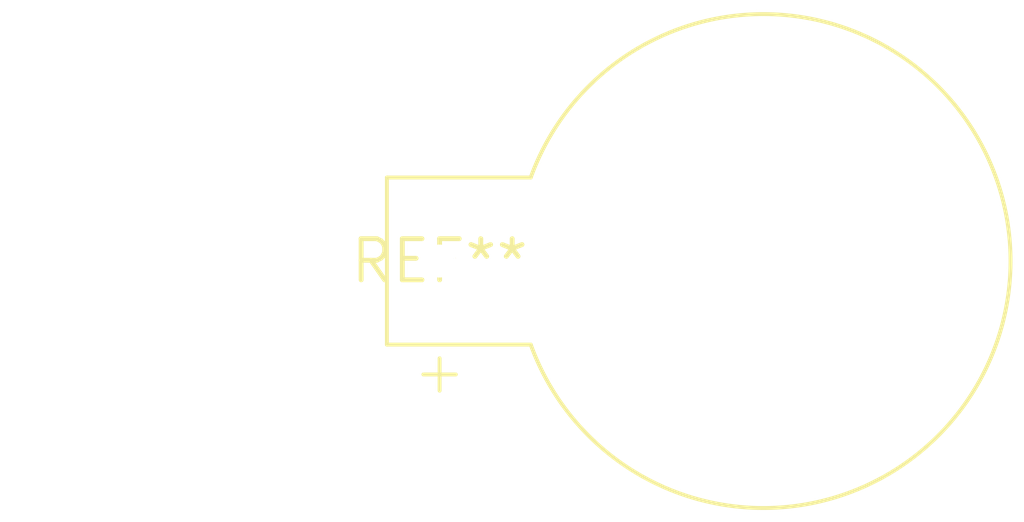
<source format=kicad_pcb>
(kicad_pcb (version 20240108) (generator pcbnew)
  (layers (0 "F.Cu" signal) (31 "B.Cu" signal) (34 "B.Paste" user) (35 "F.Paste" user) (36 "B.SilkS" user "B.Silkscreen") (37 "F.SilkS" user "F.Silkscreen") (38 "B.Mask" user) (39 "F.Mask" user) (44 "Edge.Cuts" user))
  (net 0 "")
  (footprint "BatteryHolder_Keystone_500" (layer "F.Cu") (at 0 0)
    (property "Reference" "REF**")
    (property "Value" "BatteryHolder_Keystone_500")
    (fp_line (start -1.6256 -2.5781) (end -1.6256 2.5781) (layer "F.SilkS") (stroke (width 0.12)))
    (fp_line (start -1.6256 -2.5781) (end 2.81 -2.5781) (layer "F.SilkS") (stroke (width 0.12)))
    (fp_line (start -1.6256 2.5781) (end 2.81 2.5781) (layer "F.SilkS") (stroke (width 0.12)))
    (fp_line (start 0 3) (end 0 4) (layer "F.SilkS") (stroke (width 0.12)))
    (fp_line (start 0.5 3.5) (end -0.5 3.5) (layer "F.SilkS") (stroke (width 0.12)))
    (fp_arc (start 2.81 -2.5781) (mid 17.603686 0) (end 2.81 2.5781) (layer "F.SilkS") (stroke (width 0.12)))
    (pad "1" thru_hole rect (at 0 0) (size 2.54 2.54) (drill 1.016) (layers *.Cu *.Mask) (remove_unused_layers))
    (pad "2" thru_hole circle (at 9.9822 0) (size 2.54 2.54) (drill 1.016) (layers *.Cu *.Mask) (remove_unused_layers))
  )
)
</source>
